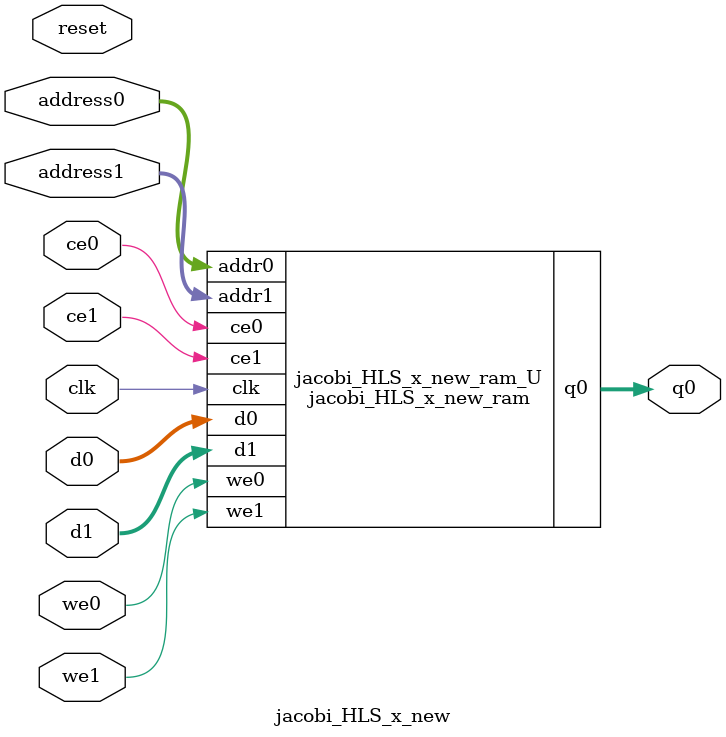
<source format=v>
`timescale 1 ns / 1 ps
module jacobi_HLS_x_new_ram (addr0, ce0, d0, we0, q0, addr1, ce1, d1, we1,  clk);

parameter DWIDTH = 32;
parameter AWIDTH = 4;
parameter MEM_SIZE = 16;

input[AWIDTH-1:0] addr0;
input ce0;
input[DWIDTH-1:0] d0;
input we0;
output reg[DWIDTH-1:0] q0;
input[AWIDTH-1:0] addr1;
input ce1;
input[DWIDTH-1:0] d1;
input we1;
input clk;

(* ram_style = "block" *)reg [DWIDTH-1:0] ram[0:MEM_SIZE-1];




always @(posedge clk)  
begin 
    if (ce0) 
    begin
        if (we0) 
        begin 
            ram[addr0] <= d0; 
        end 
        q0 <= ram[addr0];
    end
end


always @(posedge clk)  
begin 
    if (ce1) 
    begin
        if (we1) 
        begin 
            ram[addr1] <= d1; 
        end 
    end
end


endmodule

`timescale 1 ns / 1 ps
module jacobi_HLS_x_new(
    reset,
    clk,
    address0,
    ce0,
    we0,
    d0,
    q0,
    address1,
    ce1,
    we1,
    d1);

parameter DataWidth = 32'd32;
parameter AddressRange = 32'd16;
parameter AddressWidth = 32'd4;
input reset;
input clk;
input[AddressWidth - 1:0] address0;
input ce0;
input we0;
input[DataWidth - 1:0] d0;
output[DataWidth - 1:0] q0;
input[AddressWidth - 1:0] address1;
input ce1;
input we1;
input[DataWidth - 1:0] d1;



jacobi_HLS_x_new_ram jacobi_HLS_x_new_ram_U(
    .clk( clk ),
    .addr0( address0 ),
    .ce0( ce0 ),
    .we0( we0 ),
    .d0( d0 ),
    .q0( q0 ),
    .addr1( address1 ),
    .ce1( ce1 ),
    .we1( we1 ),
    .d1( d1 ));

endmodule


</source>
